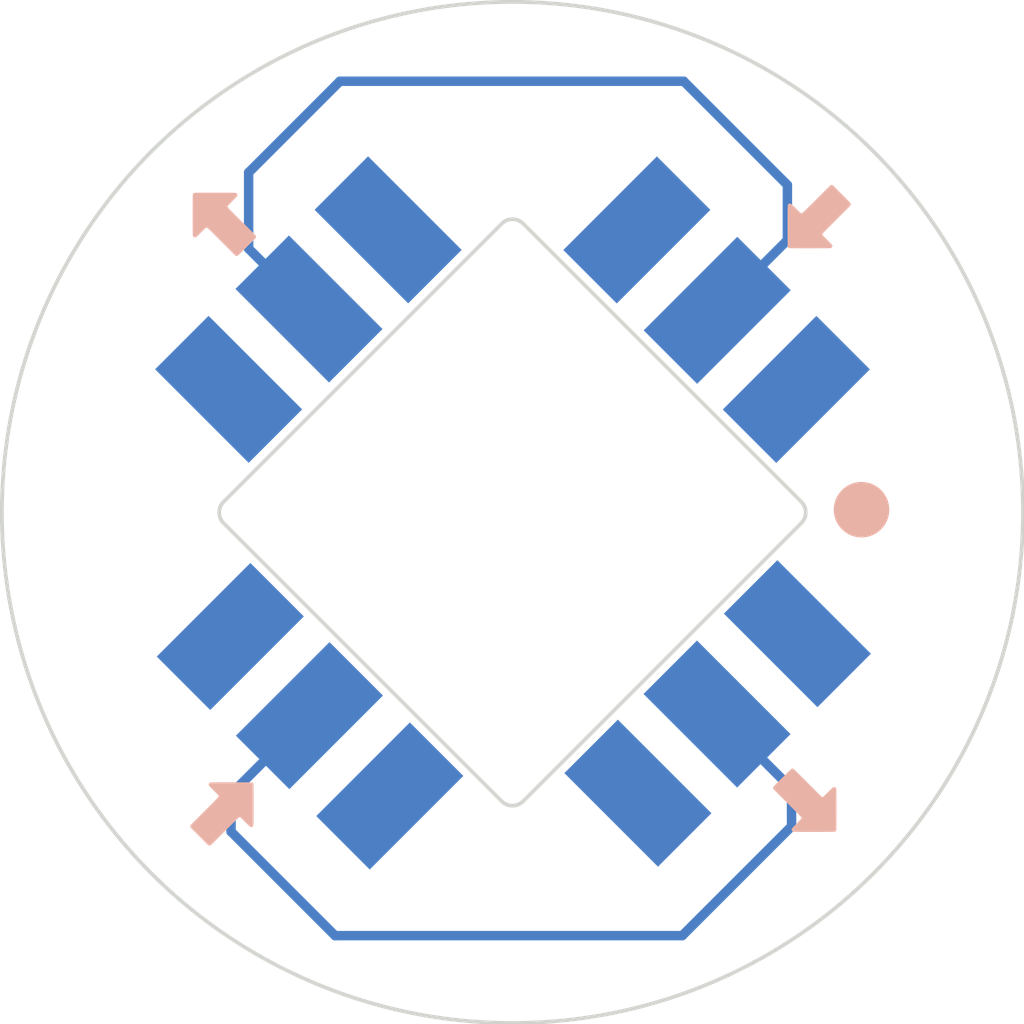
<source format=kicad_pcb>
(kicad_pcb (version 20211014) (generator pcbnew)
  (layers (0 "F.Cu" signal) (31 "B.Cu" signal) (34 "B.Paste" user) (35 "F.Paste" user) (36 "B.SilkS" user "B.Silkscreen") (37 "F.SilkS" user "F.Silkscreen") (38 "B.Mask" user) (39 "F.Mask" user) (44 "Edge.Cuts" user))
  (net 0 "")
  (net 1 "Net-(U1-Pad2)")
  (net 2 "Net-(U2-Pad2)")
  (footprint "Connector:LED strip connector pad" (layer "B.Cu") (at 95.979933 77.888748 135)
    (fp_text reference "U3" hide)
    (fp_text value "LED strip")
    (pad "1" smd rect (at -2.967 0.381 135) (size 2 3.5) (layers "B.Cu" "B.Mask"))
    (pad "2" smd rect (at 0.0381 0.381 135) (size 2 3.5) (layers "B.Cu" "B.Mask") (net 1 "Net-(U1-Pad2)"))
    (pad "3" smd rect (at 2.9972 0.381 135) (size 2 3.5) (layers "B.Cu" "B.Mask"))
  )
  (footprint "LOGO" (layer "B.Cu") (at 109.431883 79.941458 -135)
    (fp_text reference "leddirectionarrow4" hide)
    (fp_text value "LOGO" hide)
    (fp_poly (pts (xy 0.347548 0.991852) (xy 0.359326 0.982745) (xy 0.369307 0.971006) (xy 0.370656 0.968794) (xy 0.37893 0.954073) (xy 0.37893 0.435893) (xy 0.378926 0.360623) (xy 0.378926 0.29277) (xy 0.378943 0.231937) (xy 0.378992 0.177726) (xy 0.379085 0.129741) (xy 0.379236 0.087585) (xy 0.379461 0.050862) (xy 0.379773 0.019174) (xy 0.380186 -0.007874) (xy 0.380713 -0.03068) (xy 0.381369 -0.049641) (xy 0.382168 -0.065153) (xy 0.383124 -0.077612) (xy 0.38425 -0.087417) (xy 0.385561 -0.094963) (xy 0.38707 -0.100647) (xy 0.388792 -0.104866) (xy 0.390741 -0.108016) (xy 0.39293 -0.110495) (xy 0.395373 -0.1127) (xy 0.398085 -0.115026) (xy 0.398328 -0.115241) (xy 0.400642 -0.117066) (xy 0.403598 -0.118594) (xy 0.407888 -0.119861) (xy 0.414205 -0.120902) (xy 0.42324 -0.121752) (xy 0.435687 -0.122447) (xy 0.452237 -0.123022) (xy 0.473584 -0.123513) (xy 0.50042 -0.123956) (xy 0.533437 -0.124385) (xy 0.573328 -0.124835) (xy 0.589308 -0.125008) (xy 0.635723 -0.125566) (xy 0.674777 -0.126174) (xy 0.706925 -0.126849) (xy 0.73262 -0.127606) (xy 0.752316 -0.128461) (xy 0.766464 -0.12943) (xy 0.775519 -0.130529) (xy 0.7799 -0.131756) (xy 0.792749 -0.142254) (xy 0.803713 -0.15667) (xy 0.81037 -0.171701) (xy 0.810876 -0.173954) (xy 0.811853 -0.178514) (xy 0.812773 -0.182599) (xy 0.813375 -0.186494) (xy 0.8134 -0.190489) (xy 0.812588 -0.194871) (xy 0.810676 -0.199927) (xy 0.807406 -0.205945) (xy 0.802517 -0.213214) (xy 0.795749 -0.22202) (xy 0.78684 -0.232652) (xy 0.775532 -0.245397) (xy 0.761562 -0.260543) (xy 0.744672 -0.278378) (xy 0.7246 -0.299189) (xy 0.701086 -0.323264) (xy 0.67387 -0.350892) (xy 0.642691 -0.382358) (xy 0.607289 -0.417953) (xy 0.567404 -0.457962) (xy 0.522775 -0.502674) (xy 0.473141 -0.552376) (xy 0.422624 -0.602969) (xy 0.372229 -0.653398) (xy 0.32418 -0.701378) (xy 0.278737 -0.746655) (xy 0.23616 -0.788972) (xy 0.196708 -0.828073) (xy 0.160642 -0.863704) (xy 0.128222 -0.895607) (xy 0.099707 -0.923529) (xy 0.075357 -0.947212) (xy 0.055433 -0.966401) (xy 0.040193 -0.980841) (xy 0.029899 -0.990276) (xy 0.02481 -0.99445) (xy 0.024541 -0.994594) (xy 0.004148 -0.999514) (xy -0.016668 -0.997553) (xy -0.025392 -0.994436) (xy -0.029505 -0.991079) (xy -0.038802 -0.982502) (xy -0.052961 -0.969026) (xy -0.071655 -0.950969) (xy -0.094561 -0.928653) (xy -0.121354 -0.902396) (xy -0.15171 -0.872519) (xy -0.185303 -0.839341) (xy -0.22181 -0.803183) (xy -0.260906 -0.764363) (xy -0.302266 -0.723203) (xy -0.345565 -0.680021) (xy -0.39048 -0.635138) (xy -0.422624 -0.602963) (xy -0.476934 -0.54855) (xy -0.525977 -0.499379) (xy -0.570018 -0.455177) (xy -0.609323 -0.415671) (xy -0.644156 -0.380587) (xy -0.674783 -0.34965) (xy -0.701469 -0.322587) (xy -0.724479 -0.299123) (xy -0.744079 -0.278986) (xy -0.760533 -0.261901) (xy -0.774107 -0.247594) (xy -0.785067 -0.235792) (xy -0.793677 -0.22622) (xy -0.800202 -0.218605) (xy -0.804908 -0.212673) (xy -0.808061 -0.20815) (xy -0.809924 -0.204762) (xy -0.810764 -0.202236) (xy -0.810778 -0.202161) (xy -0.811484 -0.179255) (xy -0.805166 -0.158859) (xy -0.797928 -0.14803) (xy -0.79338 -0.142759) (xy -0.788909 -0.138361) (xy -0.7838 -0.134757) (xy -0.777339 -0.131867) (xy -0.768808 -0.129614) (xy -0.757495 -0.127918) (xy -0.742682 -0.126699) (xy -0.723655 -0.12588) (xy -0.699699 -0.12538) (xy -0.670098 -0.12512) (xy -0.634137 -0.125023) (xy -0.591101 -0.125008) (xy -0.589619 -0.125008) (xy -0.547735 -0.12498) (xy -0.512944 -0.124881) (xy -0.484526 -0.124685) (xy -0.461762 -0.124368) (xy -0.443931 -0.123905) (xy -0.430314 -0.123271) (xy -0.42019 -0.122442) (xy -0.412841 -0.121393) (xy -0.407546 -0.120099) (xy -0.403763 -0.118621) (xy -0.400262 -0.117134) (xy -0.397105 -0.115902) (xy -0.394275 -0.114536) (xy -0.391753 -0.112645) (xy -0.389522 -0.109837) (xy -0.387564 -0.105724) (xy -0.385862 -0.099912) (xy -0.384397 -0.092013) (xy -0.383152 -0.081636) (xy -0.38211 -0.068389) (xy -0.381252 -0.051882) (xy -0.380561 -0.031724) (xy -0.38002 -0.007525) (xy -0.379609 0.021106) (xy -0.379312 0.054559) (xy -0.379111 0.093226) (xy -0.378989 0.137497) (xy -0.378927 0.187762) (xy -0.378907 0.244413) (xy -0.378913 0.307839) (xy -0.378926 0.378433) (xy -0.37893 0.428692) (xy -0.37893 0.947622) (xy -0.37014 0.964823) (xy -0.362472 0.976999) (xy -0.35356 0.987318) (xy -0.350322 0.990067) (xy -0.348261 0.991478) (xy -0.345863 0.992715) (xy -0.342626 0.993792) (xy -0.338047 0.994722) (xy -0.331623 0.995517) (xy -0.322852 0.996191) (xy -0.311231 0.996758) (xy -0.296259 0.99723) (xy -0.277431 0.99762) (xy -0.254247 0.997942) (xy -0.226203 0.998209) (xy -0.192797 0.998433) (xy -0.153526 0.998629) (xy -0.107887 0.998808) (xy -0.055379 0.998986) (xy -0.003291 0.999149) (xy 0.332713 1.000189)) (layer "B.SilkS") (width 0) (fill solid))
  )
  (footprint "Connector:LED strip connector pad" (layer "B.Cu") (at 95.913652 66.597533 45)
    (fp_text reference "U2" hide)
    (fp_text value "LED strip")
    (pad "1" smd rect (at -2.967 0.381 45) (size 2 3.5) (layers "B.Cu" "B.Mask"))
    (pad "2" smd rect (at 0.0381 0.381 45) (size 2 3.5) (layers "B.Cu" "B.Mask") (net 2 "Net-(U2-Pad2)"))
    (pad "3" smd rect (at 2.9972 0.381 45) (size 2 3.5) (layers "B.Cu" "B.Mask"))
  )
  (footprint "Connector:LED strip connector pad" (layer "B.Cu") (at 107.247394 66.578578 -45)
    (fp_text reference "U4" hide)
    (fp_text value "LED strip")
    (pad "1" smd rect (at -2.967 0.381 315) (size 2 3.5) (layers "B.Cu" "B.Mask"))
    (pad "2" smd rect (at 0.0381 0.381 315) (size 2 3.5) (layers "B.Cu" "B.Mask") (net 2 "Net-(U2-Pad2)"))
    (pad "3" smd rect (at 2.9972 0.381 315) (size 2 3.5) (layers "B.Cu" "B.Mask"))
  )
  (footprint "Connector:LED strip connector pad" (layer "B.Cu") (at 107.296348 77.792467 -135)
    (fp_text reference "U1" hide)
    (fp_text value "LED strip")
    (pad "1" smd rect (at -2.967 0.381 225) (size 2 3.5) (layers "B.Cu" "B.Mask"))
    (pad "2" smd rect (at 0.0381 0.381 225) (size 2 3.5) (layers "B.Cu" "B.Mask") (net 1 "Net-(U1-Pad2)"))
    (pad "3" smd rect (at 2.9972 0.381 225) (size 2 3.5) (layers "B.Cu" "B.Mask"))
  )
  (footprint "LOGO" (layer "B.Cu") (at 93.86 64.49 45)
    (fp_text reference "leddirectionarrow2" hide)
    (fp_text value "LOGO" hide)
    (fp_poly (pts (xy 0.347548 0.991852) (xy 0.359326 0.982745) (xy 0.369307 0.971006) (xy 0.370656 0.968794) (xy 0.37893 0.954073) (xy 0.37893 0.435893) (xy 0.378926 0.360623) (xy 0.378926 0.29277) (xy 0.378943 0.231937) (xy 0.378992 0.177726) (xy 0.379085 0.129741) (xy 0.379236 0.087585) (xy 0.379461 0.050862) (xy 0.379773 0.019174) (xy 0.380186 -0.007874) (xy 0.380713 -0.03068) (xy 0.381369 -0.049641) (xy 0.382168 -0.065153) (xy 0.383124 -0.077612) (xy 0.38425 -0.087417) (xy 0.385561 -0.094963) (xy 0.38707 -0.100647) (xy 0.388792 -0.104866) (xy 0.390741 -0.108016) (xy 0.39293 -0.110495) (xy 0.395373 -0.1127) (xy 0.398085 -0.115026) (xy 0.398328 -0.115241) (xy 0.400642 -0.117066) (xy 0.403598 -0.118594) (xy 0.407888 -0.119861) (xy 0.414205 -0.120902) (xy 0.42324 -0.121752) (xy 0.435687 -0.122447) (xy 0.452237 -0.123022) (xy 0.473584 -0.123513) (xy 0.50042 -0.123956) (xy 0.533437 -0.124385) (xy 0.573328 -0.124835) (xy 0.589308 -0.125008) (xy 0.635723 -0.125566) (xy 0.674777 -0.126174) (xy 0.706925 -0.126849) (xy 0.73262 -0.127606) (xy 0.752316 -0.128461) (xy 0.766464 -0.12943) (xy 0.775519 -0.130529) (xy 0.7799 -0.131756) (xy 0.792749 -0.142254) (xy 0.803713 -0.15667) (xy 0.81037 -0.171701) (xy 0.810876 -0.173954) (xy 0.811853 -0.178514) (xy 0.812773 -0.182599) (xy 0.813375 -0.186494) (xy 0.8134 -0.190489) (xy 0.812588 -0.194871) (xy 0.810676 -0.199927) (xy 0.807406 -0.205945) (xy 0.802517 -0.213214) (xy 0.795749 -0.22202) (xy 0.78684 -0.232652) (xy 0.775532 -0.245397) (xy 0.761562 -0.260543) (xy 0.744672 -0.278378) (xy 0.7246 -0.299189) (xy 0.701086 -0.323264) (xy 0.67387 -0.350892) (xy 0.642691 -0.382358) (xy 0.607289 -0.417953) (xy 0.567404 -0.457962) (xy 0.522775 -0.502674) (xy 0.473141 -0.552376) (xy 0.422624 -0.602969) (xy 0.372229 -0.653398) (xy 0.32418 -0.701378) (xy 0.278737 -0.746655) (xy 0.23616 -0.788972) (xy 0.196708 -0.828073) (xy 0.160642 -0.863704) (xy 0.128222 -0.895607) (xy 0.099707 -0.923529) (xy 0.075357 -0.947212) (xy 0.055433 -0.966401) (xy 0.040193 -0.980841) (xy 0.029899 -0.990276) (xy 0.02481 -0.99445) (xy 0.024541 -0.994594) (xy 0.004148 -0.999514) (xy -0.016668 -0.997553) (xy -0.025392 -0.994436) (xy -0.029505 -0.991079) (xy -0.038802 -0.982502) (xy -0.052961 -0.969026) (xy -0.071655 -0.950969) (xy -0.094561 -0.928653) (xy -0.121354 -0.902396) (xy -0.15171 -0.872519) (xy -0.185303 -0.839341) (xy -0.22181 -0.803183) (xy -0.260906 -0.764363) (xy -0.302266 -0.723203) (xy -0.345565 -0.680021) (xy -0.39048 -0.635138) (xy -0.422624 -0.602963) (xy -0.476934 -0.54855) (xy -0.525977 -0.499379) (xy -0.570018 -0.455177) (xy -0.609323 -0.415671) (xy -0.644156 -0.380587) (xy -0.674783 -0.34965) (xy -0.701469 -0.322587) (xy -0.724479 -0.299123) (xy -0.744079 -0.278986) (xy -0.760533 -0.261901) (xy -0.774107 -0.247594) (xy -0.785067 -0.235792) (xy -0.793677 -0.22622) (xy -0.800202 -0.218605) (xy -0.804908 -0.212673) (xy -0.808061 -0.20815) (xy -0.809924 -0.204762) (xy -0.810764 -0.202236) (xy -0.810778 -0.202161) (xy -0.811484 -0.179255) (xy -0.805166 -0.158859) (xy -0.797928 -0.14803) (xy -0.79338 -0.142759) (xy -0.788909 -0.138361) (xy -0.7838 -0.134757) (xy -0.777339 -0.131867) (xy -0.768808 -0.129614) (xy -0.757495 -0.127918) (xy -0.742682 -0.126699) (xy -0.723655 -0.12588) (xy -0.699699 -0.12538) (xy -0.670098 -0.12512) (xy -0.634137 -0.125023) (xy -0.591101 -0.125008) (xy -0.589619 -0.125008) (xy -0.547735 -0.12498) (xy -0.512944 -0.124881) (xy -0.484526 -0.124685) (xy -0.461762 -0.124368) (xy -0.443931 -0.123905) (xy -0.430314 -0.123271) (xy -0.42019 -0.122442) (xy -0.412841 -0.121393) (xy -0.407546 -0.120099) (xy -0.403763 -0.118621) (xy -0.400262 -0.117134) (xy -0.397105 -0.115902) (xy -0.394275 -0.114536) (xy -0.391753 -0.112645) (xy -0.389522 -0.109837) (xy -0.387564 -0.105724) (xy -0.385862 -0.099912) (xy -0.384397 -0.092013) (xy -0.383152 -0.081636) (xy -0.38211 -0.068389) (xy -0.381252 -0.051882) (xy -0.380561 -0.031724) (xy -0.38002 -0.007525) (xy -0.379609 0.021106) (xy -0.379312 0.054559) (xy -0.379111 0.093226) (xy -0.378989 0.137497) (xy -0.378927 0.187762) (xy -0.378907 0.244413) (xy -0.378913 0.307839) (xy -0.378926 0.378433) (xy -0.37893 0.428692) (xy -0.37893 0.947622) (xy -0.37014 0.964823) (xy -0.362472 0.976999) (xy -0.35356 0.987318) (xy -0.350322 0.990067) (xy -0.348261 0.991478) (xy -0.345863 0.992715) (xy -0.342626 0.993792) (xy -0.338047 0.994722) (xy -0.331623 0.995517) (xy -0.322852 0.996191) (xy -0.311231 0.996758) (xy -0.296259 0.99723) (xy -0.277431 0.99762) (xy -0.254247 0.997942) (xy -0.226203 0.998209) (xy -0.192797 0.998433) (xy -0.153526 0.998629) (xy -0.107887 0.998808) (xy -0.055379 0.998986) (xy -0.003291 0.999149) (xy 0.332713 1.000189)) (layer "B.SilkS") (width 0) (fill solid))
  )
  (footprint "LOGO" (layer "B.Cu") (at 94.02 80.08 -45)
    (fp_text reference "leddirectionarrow3" hide)
    (fp_text value "LOGO" hide)
    (fp_poly (pts (xy 0.347548 0.991852) (xy 0.359326 0.982745) (xy 0.369307 0.971006) (xy 0.370656 0.968794) (xy 0.37893 0.954073) (xy 0.37893 0.435893) (xy 0.378926 0.360623) (xy 0.378926 0.29277) (xy 0.378943 0.231937) (xy 0.378992 0.177726) (xy 0.379085 0.129741) (xy 0.379236 0.087585) (xy 0.379461 0.050862) (xy 0.379773 0.019174) (xy 0.380186 -0.007874) (xy 0.380713 -0.03068) (xy 0.381369 -0.049641) (xy 0.382168 -0.065153) (xy 0.383124 -0.077612) (xy 0.38425 -0.087417) (xy 0.385561 -0.094963) (xy 0.38707 -0.100647) (xy 0.388792 -0.104866) (xy 0.390741 -0.108016) (xy 0.39293 -0.110495) (xy 0.395373 -0.1127) (xy 0.398085 -0.115026) (xy 0.398328 -0.115241) (xy 0.400642 -0.117066) (xy 0.403598 -0.118594) (xy 0.407888 -0.119861) (xy 0.414205 -0.120902) (xy 0.42324 -0.121752) (xy 0.435687 -0.122447) (xy 0.452237 -0.123022) (xy 0.473584 -0.123513) (xy 0.50042 -0.123956) (xy 0.533437 -0.124385) (xy 0.573328 -0.124835) (xy 0.589308 -0.125008) (xy 0.635723 -0.125566) (xy 0.674777 -0.126174) (xy 0.706925 -0.126849) (xy 0.73262 -0.127606) (xy 0.752316 -0.128461) (xy 0.766464 -0.12943) (xy 0.775519 -0.130529) (xy 0.7799 -0.131756) (xy 0.792749 -0.142254) (xy 0.803713 -0.15667) (xy 0.81037 -0.171701) (xy 0.810876 -0.173954) (xy 0.811853 -0.178514) (xy 0.812773 -0.182599) (xy 0.813375 -0.186494) (xy 0.8134 -0.190489) (xy 0.812588 -0.194871) (xy 0.810676 -0.199927) (xy 0.807406 -0.205945) (xy 0.802517 -0.213214) (xy 0.795749 -0.22202) (xy 0.78684 -0.232652) (xy 0.775532 -0.245397) (xy 0.761562 -0.260543) (xy 0.744672 -0.278378) (xy 0.7246 -0.299189) (xy 0.701086 -0.323264) (xy 0.67387 -0.350892) (xy 0.642691 -0.382358) (xy 0.607289 -0.417953) (xy 0.567404 -0.457962) (xy 0.522775 -0.502674) (xy 0.473141 -0.552376) (xy 0.422624 -0.602969) (xy 0.372229 -0.653398) (xy 0.32418 -0.701378) (xy 0.278737 -0.746655) (xy 0.23616 -0.788972) (xy 0.196708 -0.828073) (xy 0.160642 -0.863704) (xy 0.128222 -0.895607) (xy 0.099707 -0.923529) (xy 0.075357 -0.947212) (xy 0.055433 -0.966401) (xy 0.040193 -0.980841) (xy 0.029899 -0.990276) (xy 0.02481 -0.99445) (xy 0.024541 -0.994594) (xy 0.004148 -0.999514) (xy -0.016668 -0.997553) (xy -0.025392 -0.994436) (xy -0.029505 -0.991079) (xy -0.038802 -0.982502) (xy -0.052961 -0.969026) (xy -0.071655 -0.950969) (xy -0.094561 -0.928653) (xy -0.121354 -0.902396) (xy -0.15171 -0.872519) (xy -0.185303 -0.839341) (xy -0.22181 -0.803183) (xy -0.260906 -0.764363) (xy -0.302266 -0.723203) (xy -0.345565 -0.680021) (xy -0.39048 -0.635138) (xy -0.422624 -0.602963) (xy -0.476934 -0.54855) (xy -0.525977 -0.499379) (xy -0.570018 -0.455177) (xy -0.609323 -0.415671) (xy -0.644156 -0.380587) (xy -0.674783 -0.34965) (xy -0.701469 -0.322587) (xy -0.724479 -0.299123) (xy -0.744079 -0.278986) (xy -0.760533 -0.261901) (xy -0.774107 -0.247594) (xy -0.785067 -0.235792) (xy -0.793677 -0.22622) (xy -0.800202 -0.218605) (xy -0.804908 -0.212673) (xy -0.808061 -0.20815) (xy -0.809924 -0.204762) (xy -0.810764 -0.202236) (xy -0.810778 -0.202161) (xy -0.811484 -0.179255) (xy -0.805166 -0.158859) (xy -0.797928 -0.14803) (xy -0.79338 -0.142759) (xy -0.788909 -0.138361) (xy -0.7838 -0.134757) (xy -0.777339 -0.131867) (xy -0.768808 -0.129614) (xy -0.757495 -0.127918) (xy -0.742682 -0.126699) (xy -0.723655 -0.12588) (xy -0.699699 -0.12538) (xy -0.670098 -0.12512) (xy -0.634137 -0.125023) (xy -0.591101 -0.125008) (xy -0.589619 -0.125008) (xy -0.547735 -0.12498) (xy -0.512944 -0.124881) (xy -0.484526 -0.124685) (xy -0.461762 -0.124368) (xy -0.443931 -0.123905) (xy -0.430314 -0.123271) (xy -0.42019 -0.122442) (xy -0.412841 -0.121393) (xy -0.407546 -0.120099) (xy -0.403763 -0.118621) (xy -0.400262 -0.117134) (xy -0.397105 -0.115902) (xy -0.394275 -0.114536) (xy -0.391753 -0.112645) (xy -0.389522 -0.109837) (xy -0.387564 -0.105724) (xy -0.385862 -0.099912) (xy -0.384397 -0.092013) (xy -0.383152 -0.081636) (xy -0.38211 -0.068389) (xy -0.381252 -0.051882) (xy -0.380561 -0.031724) (xy -0.38002 -0.007525) (xy -0.379609 0.021106) (xy -0.379312 0.054559) (xy -0.379111 0.093226) (xy -0.378989 0.137497) (xy -0.378927 0.187762) (xy -0.378907 0.244413) (xy -0.378913 0.307839) (xy -0.378926 0.378433) (xy -0.37893 0.428692) (xy -0.37893 0.947622) (xy -0.37014 0.964823) (xy -0.362472 0.976999) (xy -0.35356 0.987318) (xy -0.350322 0.990067) (xy -0.348261 0.991478) (xy -0.345863 0.992715) (xy -0.342626 0.993792) (xy -0.338047 0.994722) (xy -0.331623 0.995517) (xy -0.322852 0.996191) (xy -0.311231 0.996758) (xy -0.296259 0.99723) (xy -0.277431 0.99762) (xy -0.254247 0.997942) (xy -0.226203 0.998209) (xy -0.192797 0.998433) (xy -0.153526 0.998629) (xy -0.107887 0.998808) (xy -0.055379 0.998986) (xy -0.003291 0.999149) (xy 0.332713 1.000189)) (layer "B.SilkS") (width 0) (fill solid))
  )
  (footprint "LOGO" (layer "B.Cu") (at 109.59 64.51 135)
    (fp_text reference "leddirectionarrow1" hide)
    (fp_text value "LOGO" hide)
    (fp_poly (pts (xy 0.347548 0.991852) (xy 0.359326 0.982745) (xy 0.369307 0.971006) (xy 0.370656 0.968794) (xy 0.37893 0.954073) (xy 0.37893 0.435893) (xy 0.378926 0.360623) (xy 0.378926 0.29277) (xy 0.378943 0.231937) (xy 0.378992 0.177726) (xy 0.379085 0.129741) (xy 0.379236 0.087585) (xy 0.379461 0.050862) (xy 0.379773 0.019174) (xy 0.380186 -0.007874) (xy 0.380713 -0.03068) (xy 0.381369 -0.049641) (xy 0.382168 -0.065153) (xy 0.383124 -0.077612) (xy 0.38425 -0.087417) (xy 0.385561 -0.094963) (xy 0.38707 -0.100647) (xy 0.388792 -0.104866) (xy 0.390741 -0.108016) (xy 0.39293 -0.110495) (xy 0.395373 -0.1127) (xy 0.398085 -0.115026) (xy 0.398328 -0.115241) (xy 0.400642 -0.117066) (xy 0.403598 -0.118594) (xy 0.407888 -0.119861) (xy 0.414205 -0.120902) (xy 0.42324 -0.121752) (xy 0.435687 -0.122447) (xy 0.452237 -0.123022) (xy 0.473584 -0.123513) (xy 0.50042 -0.123956) (xy 0.533437 -0.124385) (xy 0.573328 -0.124835) (xy 0.589308 -0.125008) (xy 0.635723 -0.125566) (xy 0.674777 -0.126174) (xy 0.706925 -0.126849) (xy 0.73262 -0.127606) (xy 0.752316 -0.128461) (xy 0.766464 -0.12943) (xy 0.775519 -0.130529) (xy 0.7799 -0.131756) (xy 0.792749 -0.142254) (xy 0.803713 -0.15667) (xy 0.81037 -0.171701) (xy 0.810876 -0.173954) (xy 0.811853 -0.178514) (xy 0.812773 -0.182599) (xy 0.813375 -0.186494) (xy 0.8134 -0.190489) (xy 0.812588 -0.194871) (xy 0.810676 -0.199927) (xy 0.807406 -0.205945) (xy 0.802517 -0.213214) (xy 0.795749 -0.22202) (xy 0.78684 -0.232652) (xy 0.775532 -0.245397) (xy 0.761562 -0.260543) (xy 0.744672 -0.278378) (xy 0.7246 -0.299189) (xy 0.701086 -0.323264) (xy 0.67387 -0.350892) (xy 0.642691 -0.382358) (xy 0.607289 -0.417953) (xy 0.567404 -0.457962) (xy 0.522775 -0.502674) (xy 0.473141 -0.552376) (xy 0.422624 -0.602969) (xy 0.372229 -0.653398) (xy 0.32418 -0.701378) (xy 0.278737 -0.746655) (xy 0.23616 -0.788972) (xy 0.196708 -0.828073) (xy 0.160642 -0.863704) (xy 0.128222 -0.895607) (xy 0.099707 -0.923529) (xy 0.075357 -0.947212) (xy 0.055433 -0.966401) (xy 0.040193 -0.980841) (xy 0.029899 -0.990276) (xy 0.02481 -0.99445) (xy 0.024541 -0.994594) (xy 0.004148 -0.999514) (xy -0.016668 -0.997553) (xy -0.025392 -0.994436) (xy -0.029505 -0.991079) (xy -0.038802 -0.982502) (xy -0.052961 -0.969026) (xy -0.071655 -0.950969) (xy -0.094561 -0.928653) (xy -0.121354 -0.902396) (xy -0.15171 -0.872519) (xy -0.185303 -0.839341) (xy -0.22181 -0.803183) (xy -0.260906 -0.764363) (xy -0.302266 -0.723203) (xy -0.345565 -0.680021) (xy -0.39048 -0.635138) (xy -0.422624 -0.602963) (xy -0.476934 -0.54855) (xy -0.525977 -0.499379) (xy -0.570018 -0.455177) (xy -0.609323 -0.415671) (xy -0.644156 -0.380587) (xy -0.674783 -0.34965) (xy -0.701469 -0.322587) (xy -0.724479 -0.299123) (xy -0.744079 -0.278986) (xy -0.760533 -0.261901) (xy -0.774107 -0.247594) (xy -0.785067 -0.235792) (xy -0.793677 -0.22622) (xy -0.800202 -0.218605) (xy -0.804908 -0.212673) (xy -0.808061 -0.20815) (xy -0.809924 -0.204762) (xy -0.810764 -0.202236) (xy -0.810778 -0.202161) (xy -0.811484 -0.179255) (xy -0.805166 -0.158859) (xy -0.797928 -0.14803) (xy -0.79338 -0.142759) (xy -0.788909 -0.138361) (xy -0.7838 -0.134757) (xy -0.777339 -0.131867) (xy -0.768808 -0.129614) (xy -0.757495 -0.127918) (xy -0.742682 -0.126699) (xy -0.723655 -0.12588) (xy -0.699699 -0.12538) (xy -0.670098 -0.12512) (xy -0.634137 -0.125023) (xy -0.591101 -0.125008) (xy -0.589619 -0.125008) (xy -0.547735 -0.12498) (xy -0.512944 -0.124881) (xy -0.484526 -0.124685) (xy -0.461762 -0.124368) (xy -0.443931 -0.123905) (xy -0.430314 -0.123271) (xy -0.42019 -0.122442) (xy -0.412841 -0.121393) (xy -0.407546 -0.120099) (xy -0.403763 -0.118621) (xy -0.400262 -0.117134) (xy -0.397105 -0.115902) (xy -0.394275 -0.114536) (xy -0.391753 -0.112645) (xy -0.389522 -0.109837) (xy -0.387564 -0.105724) (xy -0.385862 -0.099912) (xy -0.384397 -0.092013) (xy -0.383152 -0.081636) (xy -0.38211 -0.068389) (xy -0.381252 -0.051882) (xy -0.380561 -0.031724) (xy -0.38002 -0.007525) (xy -0.379609 0.021106) (xy -0.379312 0.054559) (xy -0.379111 0.093226) (xy -0.378989 0.137497) (xy -0.378927 0.187762) (xy -0.378907 0.244413) (xy -0.378913 0.307839) (xy -0.378926 0.378433) (xy -0.37893 0.428692) (xy -0.37893 0.947622) (xy -0.37014 0.964823) (xy -0.362472 0.976999) (xy -0.35356 0.987318) (xy -0.350322 0.990067) (xy -0.348261 0.991478) (xy -0.345863 0.992715) (xy -0.342626 0.993792) (xy -0.338047 0.994722) (xy -0.331623 0.995517) (xy -0.322852 0.996191) (xy -0.311231 0.996758) (xy -0.296259 0.99723) (xy -0.277431 0.99762) (xy -0.254247 0.997942) (xy -0.226203 0.998209) (xy -0.192797 0.998433) (xy -0.153526 0.998629) (xy -0.107887 0.998808) (xy -0.055379 0.998986) (xy -0.003291 0.999149) (xy 0.332713 1.000189)) (layer "B.SilkS") (width 0) (fill solid))
  )
  (gr_circle (center 110.8202 72.146976) (end 110.160778 72.146976) (layer "B.SilkS") (width 0.15) (fill solid))
  (gr_arc (start 93.953449 72.502641) (mid 93.836291 72.219798) (end 93.953449 71.936955) (layer "Edge.Cuts") (width 0.1))
  (gr_circle (center 101.590202 72.219798) (end 115.090202 72.219798) (layer "Edge.Cuts") (width 0.1) (fill none))
  (gr_line (start 101.873045 79.856551) (end 109.226955 72.502641) (layer "Edge.Cuts") (width 0.1))
  (gr_arc (start 101.307359 64.583045) (mid 101.590202 64.465887) (end 101.873045 64.583045) (layer "Edge.Cuts") (width 0.1))
  (gr_line (start 109.226955 71.936955) (end 101.873045 64.583045) (layer "Edge.Cuts") (width 0.1))
  (gr_line (start 101.307359 64.583045) (end 93.953449 71.936955) (layer "Edge.Cuts") (width 0.1))
  (gr_arc (start 101.873045 79.856551) (mid 101.590202 79.973709) (end 101.307359 79.856551) (layer "Edge.Cuts") (width 0.1))
  (gr_line (start 93.953449 72.502641) (end 101.307359 79.856551) (layer "Edge.Cuts") (width 0.1))
  (gr_arc (start 109.226955 71.936955) (mid 109.344113 72.219798) (end 109.226955 72.502641) (layer "Edge.Cuts") (width 0.1))
  (segment (start 94.15 80.66) (end 94.15 79.6648) (width 0.25) (layer "B.Cu") (net 1))
  (segment (start 96.9 83.41) (end 94.15 80.66) (width 0.25) (layer "B.Cu") (net 1))
  (segment (start 94.15 79.6648) (end 96.2224 77.5924) (width 0.25) (layer "B.Cu") (net 1))
  (segment (start 108.97 80.52) (end 106.08 83.41) (width 0.25) (layer "B.Cu") (net 1))
  (segment (start 108.97 79.52) (end 108.97 80.52) (width 0.25) (layer "B.Cu") (net 1))
  (segment (start 107 77.55) (end 108.97 79.52) (width 0.25) (layer "B.Cu") (net 1))
  (segment (start 106.08 83.41) (end 96.9 83.41) (width 0.25) (layer "B.Cu") (net 1))
  (segment (start 97.028 60.817598) (end 106.117598 60.817598) (width 0.25) (layer "B.Cu") (net 2))
  (segment (start 108.86 65.019853) (end 107.004927 66.874926) (width 0.25) (layer "B.Cu") (net 2))
  (segment (start 94.615 63.230598) (end 97.028 60.817598) (width 0.25) (layer "B.Cu") (net 2))
  (segment (start 94.615 65.245) (end 94.615 63.230598) (width 0.25) (layer "B.Cu") (net 2))
  (segment (start 96.21 66.84) (end 94.615 65.245) (width 0.25) (layer "B.Cu") (net 2))
  (segment (start 106.117598 60.817598) (end 108.86 63.56) (width 0.25) (layer "B.Cu") (net 2))
  (segment (start 108.86 63.56) (end 108.86 65.019853) (width 0.25) (layer "B.Cu") (net 2))
)
</source>
